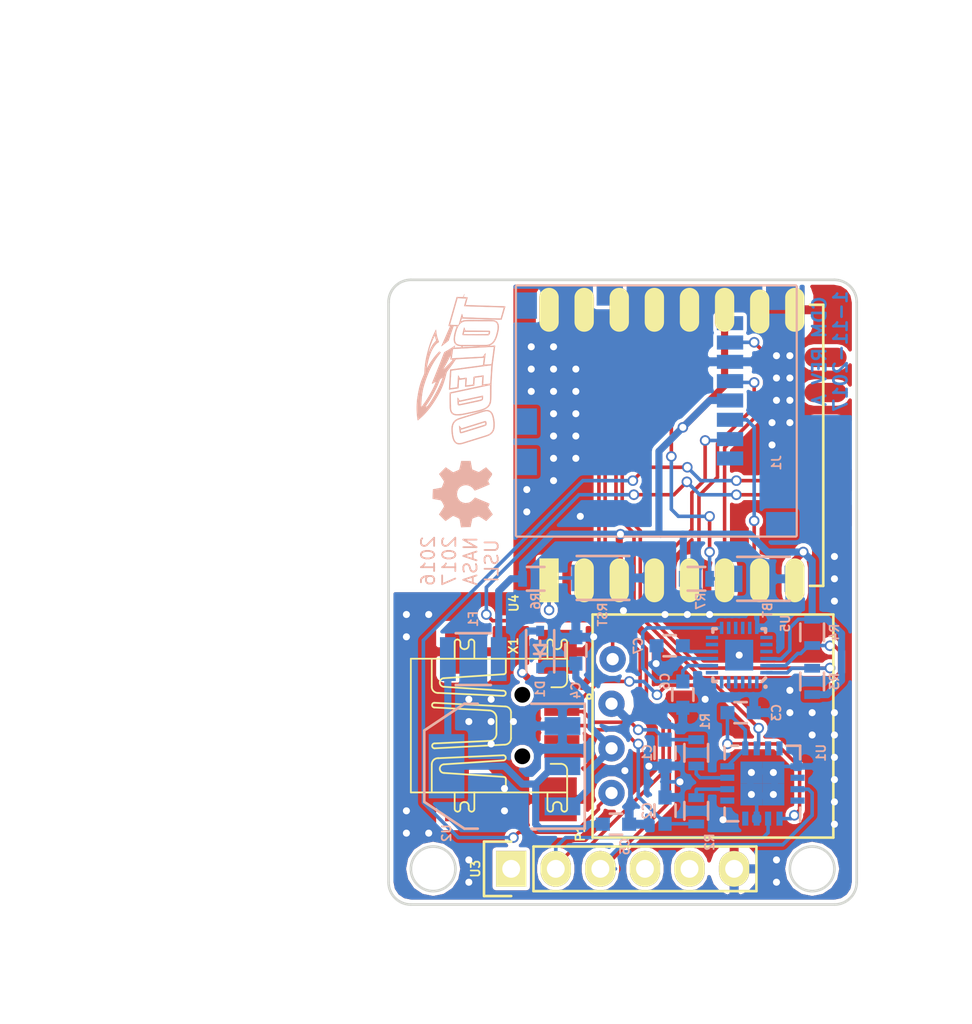
<source format=kicad_pcb>
(kicad_pcb (version 4) (host pcbnew 4.0.4+dfsg1-stable)
  (layers (0 F.Cu signal) (31 B.Cu signal) (34 B.Paste user) (35 F.Paste user) (36 B.SilkS user) (37 F.SilkS user) (38 B.Mask user) (39 F.Mask user) (44 Edge.Cuts user))
  (net 0 "")
  (net 1 "Net-(C1-Pad1)")
  (net 2 GND)
  (net 3 "Net-(C2-Pad1)")
  (net 4 "Net-(C3-Pad1)")
  (net 5 +9V)
  (net 6 +3V3)
  (net 7 "Net-(C6-Pad1)")
  (net 8 "Net-(C7-Pad1)")
  (net 9 "Net-(J1-Pad1)")
  (net 10 SD_CS)
  (net 11 MOSI)
  (net 12 SCK)
  (net 13 MISO)
  (net 14 "Net-(J1-Pad8)")
  (net 15 "Net-(J1-PadDL)")
  (net 16 "Net-(J1-PadDS)")
  (net 17 "Net-(R1-Pad1)")
  (net 18 "Net-(R2-Pad2)")
  (net 19 SDA)
  (net 20 SCL)
  (net 21 "Net-(R6-Pad2)")
  (net 22 RX_FTDI)
  (net 23 "Net-(U1-Pad4)")
  (net 24 "Net-(U1-Pad5)")
  (net 25 +5V)
  (net 26 "Net-(U1-Pad11)")
  (net 27 "Net-(U1-Pad12)")
  (net 28 "Net-(U1-Pad14)")
  (net 29 TX_FTDI)
  (net 30 "Net-(U1-Pad16)")
  (net 31 "Net-(U3-Pad1)")
  (net 32 "Net-(U3-Pad4)")
  (net 33 "Net-(U3-Pad5)")
  (net 34 "Net-(U4-Pad2)")
  (net 35 AUX)
  (net 36 SERVO_PWM)
  (net 37 "Net-(U5-Pad1)")
  (net 38 "Net-(U5-Pad7)")
  (net 39 "Net-(U5-Pad11)")
  (net 40 "Net-(U5-Pad12)")
  (net 41 "Net-(U5-Pad19)")
  (net 42 "Net-(U5-Pad20)")
  (net 43 "Net-(U5-Pad21)")
  (net 44 "Net-(U5-Pad25)")
  (net 45 "Net-(X1-Pad4)")
  (net 46 "Net-(C5-Pad1)")
  (net 47 "Net-(U4-Pad9)")
  (net 48 "Net-(BT1-Pad2)")
  (net 49 "Net-(U4-Pad10)")
  (net 50 "Net-(U4-Pad13)")
  (net 51 "Net-(U4-Pad14)")
  (module "MOD:GND VIA" (layer F.Cu) (at 161.036 129.286)
    (fp_text reference REF** hide)
    (fp_text value "GND VIA" hide)
    (pad 1 thru_hole circle (at 0 1.27) (size 0.6 0.6) (drill 0.4) (layers *.Cu) (net 2 GND))
  )
  (module "MOD:GND VIA" (layer F.Cu) (at 176.784 121.666)
    (fp_text reference REF** hide)
    (fp_text value "GND VIA" hide)
    (pad 1 thru_hole circle (at 0 1.27) (size 0.6 0.6) (drill 0.4) (layers *.Cu) (net 2 GND))
  )
  (module "MOD:GND VIA" (layer F.Cu) (at 180.848 132.08)
    (fp_text reference REF** hide)
    (fp_text value "GND VIA" hide)
    (pad 1 thru_hole circle (at 0 1.27) (size 0.6 0.6) (drill 0.4) (layers *.Cu) (net 2 GND))
  )
  (module "MOD:GND VIA" (layer F.Cu) (at 180.848 130.81)
    (fp_text reference REF** hide)
    (fp_text value "GND VIA" hide)
    (pad 1 thru_hole circle (at 0 1.27) (size 0.6 0.6) (drill 0.4) (layers *.Cu) (net 2 GND))
  )
  (module "MOD:GND VIA" (layer F.Cu) (at 177.8 128.524)
    (fp_text reference REF** hide)
    (fp_text value "GND VIA" hide)
    (pad 1 thru_hole circle (at 0 1.27) (size 0.6 0.6) (drill 0.4) (layers *.Cu) (net 2 GND))
  )
  (module "MOD:GND VIA" (layer F.Cu) (at 165.354 126.746)
    (fp_text reference REF** hide)
    (fp_text value "GND VIA" hide)
    (pad 1 thru_hole circle (at 0 1.27) (size 0.6 0.6) (drill 0.4) (layers *.Cu) (net 2 GND))
  )
  (module "MOD:GND VIA" (layer F.Cu) (at 165.354 128.016)
    (fp_text reference REF** hide)
    (fp_text value "GND VIA" hide)
    (pad 1 thru_hole circle (at 0 1.27) (size 0.6 0.6) (drill 0.4) (layers *.Cu) (net 2 GND))
  )
  (module "MOD:GND VIA" (layer F.Cu) (at 163.322 132.08)
    (fp_text reference REF** hide)
    (fp_text value "GND VIA" hide)
    (pad 1 thru_hole circle (at 0 1.27) (size 0.6 0.6) (drill 0.4) (layers *.Cu) (net 2 GND))
  )
  (module "MOD:GND VIA" (layer F.Cu) (at 163.322 130.81)
    (fp_text reference REF** hide)
    (fp_text value "GND VIA" hide)
    (pad 1 thru_hole circle (at 0 1.27) (size 0.6 0.6) (drill 0.4) (layers *.Cu) (net 2 GND))
  )
  (module "MOD:GND VIA" (layer F.Cu) (at 177.038 116.84)
    (fp_text reference REF** hide)
    (fp_text value "GND VIA" hide)
    (pad 1 thru_hole circle (at 0 1.27) (size 0.6 0.6) (drill 0.4) (layers *.Cu) (net 2 GND))
  )
  (module "MOD:GND VIA" (layer F.Cu) (at 175.768 116.84)
    (fp_text reference REF** hide)
    (fp_text value "GND VIA" hide)
    (pad 1 thru_hole circle (at 0 1.27) (size 0.6 0.6) (drill 0.4) (layers *.Cu) (net 2 GND))
  )
  (module "MOD:GND VIA" (layer F.Cu) (at 174.498 116.84)
    (fp_text reference REF** hide)
    (fp_text value "GND VIA" hide)
    (pad 1 thru_hole circle (at 0 1.27) (size 0.6 0.6) (drill 0.4) (layers *.Cu) (net 2 GND))
  )
  (module "MOD:GND VIA" (layer F.Cu) (at 165.862 122.936)
    (fp_text reference REF** hide)
    (fp_text value "GND VIA" hide)
    (pad 1 thru_hole circle (at 0 1.27) (size 0.6 0.6) (drill 0.4) (layers *.Cu) (net 2 GND))
  )
  (module "MOD:GND VIA" (layer F.Cu) (at 164.592 124.206)
    (fp_text reference REF** hide)
    (fp_text value "GND VIA" hide)
    (pad 1 thru_hole circle (at 0 1.27) (size 0.6 0.6) (drill 0.4) (layers *.Cu) (net 2 GND))
  )
  (module "MOD:GND VIA" (layer F.Cu) (at 164.592 122.936)
    (fp_text reference REF** hide)
    (fp_text value "GND VIA" hide)
    (pad 1 thru_hole circle (at 0 1.27) (size 0.6 0.6) (drill 0.4) (layers *.Cu) (net 2 GND))
  )
  (module "MOD:GND VIA" (layer F.Cu) (at 164.592 121.666)
    (fp_text reference REF** hide)
    (fp_text value "GND VIA" hide)
    (pad 1 thru_hole circle (at 0 1.27) (size 0.6 0.6) (drill 0.4) (layers *.Cu) (net 2 GND))
  )
  (module "MOD:GND VIA" (layer F.Cu) (at 163.322 122.936)
    (fp_text reference REF** hide)
    (fp_text value "GND VIA" hide)
    (pad 1 thru_hole circle (at 0 1.27) (size 0.6 0.6) (drill 0.4) (layers *.Cu) (net 2 GND))
  )
  (module "MOD:GND VIA" (layer F.Cu) (at 163.322 121.666)
    (fp_text reference REF** hide)
    (fp_text value "GND VIA" hide)
    (pad 1 thru_hole circle (at 0 1.27) (size 0.6 0.6) (drill 0.4) (layers *.Cu) (net 2 GND))
  )
  (module "MOD:GND VIA" (layer F.Cu) (at 161.036 116.84)
    (fp_text reference REF** hide)
    (fp_text value "GND VIA" hide)
    (pad 1 thru_hole circle (at 0 1.27) (size 0.6 0.6) (drill 0.4) (layers *.Cu) (net 2 GND))
  )
  (module "MOD:GND VIA" (layer F.Cu) (at 159.766 129.286)
    (fp_text reference REF** hide)
    (fp_text value "GND VIA" hide)
    (pad 1 thru_hole circle (at 0 1.27) (size 0.6 0.6) (drill 0.4) (layers *.Cu) (net 2 GND))
  )
  (module "MOD:GND VIA" (layer F.Cu) (at 159.766 128.016)
    (fp_text reference REF** hide)
    (fp_text value "GND VIA" hide)
    (pad 1 thru_hole circle (at 0 1.27) (size 0.6 0.6) (drill 0.4) (layers *.Cu) (net 2 GND))
  )
  (module "MOD:GND VIA" (layer F.Cu) (at 159.766 118.11)
    (fp_text reference REF** hide)
    (fp_text value "GND VIA" hide)
    (pad 1 thru_hole circle (at 0 1.27) (size 0.6 0.6) (drill 0.4) (layers *.Cu) (net 2 GND))
  )
  (module "MOD:GND VIA" (layer F.Cu) (at 159.766 116.84)
    (fp_text reference REF** hide)
    (fp_text value "GND VIA" hide)
    (pad 1 thru_hole circle (at 0 1.27) (size 0.6 0.6) (drill 0.4) (layers *.Cu) (net 2 GND))
  )
  (module "MOD:GND VIA" (layer F.Cu) (at 181.61 121.158)
    (fp_text reference REF** hide)
    (fp_text value "GND VIA" hide)
    (pad 1 thru_hole circle (at 0 1.27) (size 0.6 0.6) (drill 0.4) (layers *.Cu) (net 2 GND))
  )
  (module "MOD:GND VIA" (layer F.Cu) (at 181.61 122.428)
    (fp_text reference REF** hide)
    (fp_text value "GND VIA" hide)
    (pad 1 thru_hole circle (at 0 1.27) (size 0.6 0.6) (drill 0.4) (layers *.Cu) (net 2 GND))
  )
  (module "MOD:GND VIA" (layer F.Cu) (at 182.88 123.698)
    (fp_text reference REF** hide)
    (fp_text value "GND VIA" hide)
    (pad 1 thru_hole circle (at 0 1.27) (size 0.6 0.6) (drill 0.4) (layers *.Cu) (net 2 GND))
  )
  (module "MOD:GND VIA" (layer F.Cu) (at 182.88 122.428)
    (fp_text reference REF** hide)
    (fp_text value "GND VIA" hide)
    (pad 1 thru_hole circle (at 0 1.27) (size 0.6 0.6) (drill 0.4) (layers *.Cu) (net 2 GND))
  )
  (module "MOD:GND VIA" (layer F.Cu) (at 184.15 128.778)
    (fp_text reference REF** hide)
    (fp_text value "GND VIA" hide)
    (pad 1 thru_hole circle (at 0 1.27) (size 0.6 0.6) (drill 0.4) (layers *.Cu) (net 2 GND))
  )
  (module "MOD:GND VIA" (layer F.Cu) (at 184.15 127.508)
    (fp_text reference REF** hide)
    (fp_text value "GND VIA" hide)
    (pad 1 thru_hole circle (at 0 1.27) (size 0.6 0.6) (drill 0.4) (layers *.Cu) (net 2 GND))
  )
  (module "MOD:GND VIA" (layer F.Cu) (at 184.15 126.238)
    (fp_text reference REF** hide)
    (fp_text value "GND VIA" hide)
    (pad 1 thru_hole circle (at 0 1.27) (size 0.6 0.6) (drill 0.4) (layers *.Cu) (net 2 GND))
  )
  (module "MOD:GND VIA" (layer F.Cu) (at 184.15 116.078)
    (fp_text reference REF** hide)
    (fp_text value "GND VIA" hide)
    (pad 1 thru_hole circle (at 0 1.27) (size 0.6 0.6) (drill 0.4) (layers *.Cu) (net 2 GND))
  )
  (module "MOD:GND VIA" (layer F.Cu) (at 184.15 124.968)
    (fp_text reference REF** hide)
    (fp_text value "GND VIA" hide)
    (pad 1 thru_hole circle (at 0 1.27) (size 0.6 0.6) (drill 0.4) (layers *.Cu) (net 2 GND))
  )
  (module "MOD:GND VIA" (layer F.Cu) (at 184.15 123.698)
    (fp_text reference REF** hide)
    (fp_text value "GND VIA" hide)
    (pad 1 thru_hole circle (at 0 1.27) (size 0.6 0.6) (drill 0.4) (layers *.Cu) (net 2 GND))
  )
  (module "MOD:GND VIA" (layer F.Cu) (at 184.15 122.428)
    (fp_text reference REF** hide)
    (fp_text value "GND VIA" hide)
    (pad 1 thru_hole circle (at 0 1.27) (size 0.6 0.6) (drill 0.4) (layers *.Cu) (net 2 GND))
  )
  (module "MOD:GND VIA" (layer F.Cu) (at 184.15 113.538)
    (fp_text reference REF** hide)
    (fp_text value "GND VIA" hide)
    (pad 1 thru_hole circle (at 0 1.27) (size 0.6 0.6) (drill 0.4) (layers *.Cu) (net 2 GND))
  )
  (module "MOD:GND VIA" (layer F.Cu) (at 184.15 114.808)
    (fp_text reference REF** hide)
    (fp_text value "GND VIA" hide)
    (pad 1 thru_hole circle (at 0 1.27) (size 0.6 0.6) (drill 0.4) (layers *.Cu) (net 2 GND))
  )
  (module "MOD:GND VIA" (layer F.Cu) (at 180.848 104.648)
    (fp_text reference REF** hide)
    (fp_text value "GND VIA" hide)
    (pad 1 thru_hole circle (at 0 1.27) (size 0.6 0.6) (drill 0.4) (layers *.Cu) (net 2 GND))
  )
  (module "MOD:GND VIA" (layer F.Cu) (at 180.848 102.108)
    (fp_text reference REF** hide)
    (fp_text value "GND VIA" hide)
    (pad 1 thru_hole circle (at 0 1.27) (size 0.6 0.6) (drill 0.4) (layers *.Cu) (net 2 GND))
  )
  (module "MOD:GND VIA" (layer F.Cu) (at 181.61 103.378)
    (fp_text reference REF** hide)
    (fp_text value "GND VIA" hide)
    (pad 1 thru_hole circle (at 0 1.27) (size 0.6 0.6) (drill 0.4) (layers *.Cu) (net 2 GND))
  )
  (module "MOD:GND VIA" (layer F.Cu) (at 181.61 102.108)
    (fp_text reference REF** hide)
    (fp_text value "GND VIA" hide)
    (pad 1 thru_hole circle (at 0 1.27) (size 0.6 0.6) (drill 0.4) (layers *.Cu) (net 2 GND))
  )
  (module "MOD:GND VIA" (layer F.Cu) (at 180.848 103.378)
    (fp_text reference REF** hide)
    (fp_text value "GND VIA" hide)
    (pad 1 thru_hole circle (at 0 1.27) (size 0.6 0.6) (drill 0.4) (layers *.Cu) (net 2 GND))
  )
  (module "MOD:GND VIA" (layer F.Cu) (at 181.61 104.648)
    (fp_text reference REF** hide)
    (fp_text value "GND VIA" hide)
    (pad 1 thru_hole circle (at 0 1.27) (size 0.6 0.6) (drill 0.4) (layers *.Cu) (net 2 GND))
  )
  (module "MOD:GND VIA" (layer F.Cu) (at 181.61 105.918)
    (fp_text reference REF** hide)
    (fp_text value "GND VIA" hide)
    (pad 1 thru_hole circle (at 0 1.27) (size 0.6 0.6) (drill 0.4) (layers *.Cu) (net 2 GND))
  )
  (module "MOD:GND VIA" (layer F.Cu) (at 180.594 105.918)
    (fp_text reference REF** hide)
    (fp_text value "GND VIA" hide)
    (pad 1 thru_hole circle (at 0 1.27) (size 0.6 0.6) (drill 0.4) (layers *.Cu) (net 2 GND))
  )
  (module "MOD:GND VIA" (layer F.Cu) (at 180.594 107.188)
    (fp_text reference REF** hide)
    (fp_text value "GND VIA" hide)
    (pad 1 thru_hole circle (at 0 1.27) (size 0.6 0.6) (drill 0.4) (layers *.Cu) (net 2 GND))
  )
  (module "MOD:GND VIA" (layer F.Cu) (at 166.624 109.728)
    (fp_text reference REF** hide)
    (fp_text value "GND VIA" hide)
    (pad 1 thru_hole circle (at 0 1.27) (size 0.6 0.6) (drill 0.4) (layers *.Cu) (net 2 GND))
  )
  (module "MOD:GND VIA" (layer F.Cu) (at 169.672 111.252)
    (fp_text reference REF** hide)
    (fp_text value "GND VIA" hide)
    (pad 1 thru_hole circle (at 0 1.27) (size 0.6 0.6) (drill 0.4) (layers *.Cu) (net 2 GND))
  )
  (module "MOD:GND VIA" (layer F.Cu) (at 166.624 110.998)
    (fp_text reference REF** hide)
    (fp_text value "GND VIA" hide)
    (pad 1 thru_hole circle (at 0 1.27) (size 0.6 0.6) (drill 0.4) (layers *.Cu) (net 2 GND))
  )
  (module "MOD:GND VIA" (layer F.Cu) (at 168.148 109.22)
    (fp_text reference REF** hide)
    (fp_text value "GND VIA" hide)
    (pad 1 thru_hole circle (at 0 1.27) (size 0.6 0.6) (drill 0.4) (layers *.Cu) (net 2 GND))
  )
  (module "MOD:GND VIA" (layer F.Cu) (at 168.148 107.95)
    (fp_text reference REF** hide)
    (fp_text value "GND VIA" hide)
    (pad 1 thru_hole circle (at 0 1.27) (size 0.6 0.6) (drill 0.4) (layers *.Cu) (net 2 GND))
  )
  (module "MOD:GND VIA" (layer F.Cu) (at 169.418 107.95)
    (fp_text reference REF** hide)
    (fp_text value "GND VIA" hide)
    (pad 1 thru_hole circle (at 0 1.27) (size 0.6 0.6) (drill 0.4) (layers *.Cu) (net 2 GND))
  )
  (module "MOD:GND VIA" (layer F.Cu) (at 169.418 106.68)
    (fp_text reference REF** hide)
    (fp_text value "GND VIA" hide)
    (pad 1 thru_hole circle (at 0 1.27) (size 0.6 0.6) (drill 0.4) (layers *.Cu) (net 2 GND))
  )
  (module "MOD:GND VIA" (layer F.Cu) (at 168.148 106.68)
    (fp_text reference REF** hide)
    (fp_text value "GND VIA" hide)
    (pad 1 thru_hole circle (at 0 1.27) (size 0.6 0.6) (drill 0.4) (layers *.Cu) (net 2 GND))
  )
  (module "MOD:GND VIA" (layer F.Cu) (at 168.148 105.41)
    (fp_text reference REF** hide)
    (fp_text value "GND VIA" hide)
    (pad 1 thru_hole circle (at 0 1.27) (size 0.6 0.6) (drill 0.4) (layers *.Cu) (net 2 GND))
  )
  (module "MOD:GND VIA" (layer F.Cu) (at 169.418 105.41)
    (fp_text reference REF** hide)
    (fp_text value "GND VIA" hide)
    (pad 1 thru_hole circle (at 0 1.27) (size 0.6 0.6) (drill 0.4) (layers *.Cu) (net 2 GND))
  )
  (module "MOD:GND VIA" (layer F.Cu) (at 166.878 104.14)
    (fp_text reference REF** hide)
    (fp_text value "GND VIA" hide)
    (pad 1 thru_hole circle (at 0 1.27) (size 0.6 0.6) (drill 0.4) (layers *.Cu) (net 2 GND))
  )
  (module "MOD:GND VIA" (layer F.Cu) (at 169.418 104.14)
    (fp_text reference REF** hide)
    (fp_text value "GND VIA" hide)
    (pad 1 thru_hole circle (at 0 1.27) (size 0.6 0.6) (drill 0.4) (layers *.Cu) (net 2 GND))
  )
  (module "MOD:GND VIA" (layer F.Cu) (at 168.148 104.14)
    (fp_text reference REF** hide)
    (fp_text value "GND VIA" hide)
    (pad 1 thru_hole circle (at 0 1.27) (size 0.6 0.6) (drill 0.4) (layers *.Cu) (net 2 GND))
  )
  (module "MOD:GND VIA" (layer F.Cu) (at 168.148 101.6)
    (fp_text reference REF** hide)
    (fp_text value "GND VIA" hide)
    (pad 1 thru_hole circle (at 0 1.27) (size 0.6 0.6) (drill 0.4) (layers *.Cu) (net 2 GND))
  )
  (module "MOD:GND VIA" (layer F.Cu) (at 169.418 102.87)
    (fp_text reference REF** hide)
    (fp_text value "GND VIA" hide)
    (pad 1 thru_hole circle (at 0 1.27) (size 0.6 0.6) (drill 0.4) (layers *.Cu) (net 2 GND))
  )
  (module "MOD:GND VIA" (layer F.Cu) (at 168.148 102.87)
    (fp_text reference REF** hide)
    (fp_text value "GND VIA" hide)
    (pad 1 thru_hole circle (at 0 1.27) (size 0.6 0.6) (drill 0.4) (layers *.Cu) (net 2 GND))
  )
  (module "MOD:GND VIA" (layer F.Cu) (at 166.878 102.87)
    (fp_text reference REF** hide)
    (fp_text value "GND VIA" hide)
    (pad 1 thru_hole circle (at 0 1.27) (size 0.6 0.6) (drill 0.4) (layers *.Cu) (net 2 GND))
  )
  (module MOD:MOLEX_502570-0893 (layer B.Cu) (at 174.002 106.526 90)
    (fp_text reference J1 (at -2.948 6.846 90) (layer B.SilkS) (effects (font (size 0.5 0.5) (thickness 0.1)) (justify mirror)))
    (fp_text value 502570-0893 hide)
    (pad 1 smd rect (at -2.7 4.2 90) (size 0.8 1.5) (layers B.Cu B.Paste B.Mask) (net 9 "Net-(J1-Pad1)"))
    (pad 2 smd rect (at -1.6 4.2 90) (size 0.8 1.5) (layers B.Cu B.Paste B.Mask) (net 10 SD_CS))
    (pad 3 smd rect (at -0.5 4.2 90) (size 0.8 1.5) (layers B.Cu B.Paste B.Mask) (net 11 MOSI))
    (pad 4 smd rect (at 0.6 4.2 90) (size 0.8 1.5) (layers B.Cu B.Paste B.Mask) (net 6 +3V3))
    (pad 5 smd rect (at 1.7 4.2 90) (size 0.8 1.5) (layers B.Cu B.Paste B.Mask) (net 12 SCK))
    (pad 6 smd rect (at 2.8 4.2 90) (size 0.8 1.5) (layers B.Cu B.Paste B.Mask) (net 2 GND))
    (pad 7 smd rect (at 3.9 4.2 90) (size 0.8 1.5) (layers B.Cu B.Paste B.Mask) (net 13 MISO))
    (pad 8 smd rect (at 5 4.2 90) (size 0.8 1.5) (layers B.Cu B.Paste B.Mask) (net 14 "Net-(J1-Pad8)"))
    (pad SM1 smd rect (at -6.45 7.1 90) (size 1.4 1.7) (layers B.Cu B.Paste B.Mask))
    (pad SM2 smd rect (at 6.45 7.1 90) (size 1.4 1.7) (layers B.Cu B.Paste B.Mask))
    (pad DL smd rect (at 6.575 -2.65 90) (size 1.15 1.5) (layers B.Cu B.Paste B.Mask) (net 15 "Net-(J1-PadDL)"))
    (pad SM3 smd rect (at -2.9 -7.375 90) (size 1.5 1.15) (layers B.Cu B.Paste B.Mask))
    (pad DS smd rect (at -0.6 -7.375 90) (size 1.5 1.15) (layers B.Cu B.Paste B.Mask) (net 16 "Net-(J1-PadDS)"))
    (pad SM4 smd rect (at 6 -7.375 90) (size 1.5 1.15) (layers B.Cu B.Paste B.Mask))
  )
  (module Housings_DFN_QFN:QFN-16-1EP_4x4mm_Pitch0.65mm (layer B.Cu) (at 180.045 127.730001 90)
    (fp_text reference U1 (at 1.746001 3.343 270) (layer B.SilkS) (effects (font (size 0.5 0.5) (thickness 0.1)) (justify mirror)))
    (fp_text value FT230XQ-R hide)
    (pad 1 smd rect (at -2 0.975 90) (size 0.8 0.35) (layers B.Cu B.Paste B.Mask) (net 4 "Net-(C3-Pad1)"))
    (pad 2 smd rect (at -2 0.325 90) (size 0.8 0.35) (layers B.Cu B.Paste B.Mask) (net 22 RX_FTDI))
    (pad 3 smd rect (at -2 -0.325 90) (size 0.8 0.35) (layers B.Cu B.Paste B.Mask) (net 2 GND))
    (pad 4 smd rect (at -2 -0.975 90) (size 0.8 0.35) (layers B.Cu B.Paste B.Mask) (net 23 "Net-(U1-Pad4)"))
    (pad 5 smd rect (at -0.975 -2) (size 0.8 0.35) (layers B.Cu B.Paste B.Mask) (net 24 "Net-(U1-Pad5)"))
    (pad 6 smd rect (at -0.325 -2) (size 0.8 0.35) (layers B.Cu B.Paste B.Mask) (net 18 "Net-(R2-Pad2)"))
    (pad 7 smd rect (at 0.325 -2) (size 0.8 0.35) (layers B.Cu B.Paste B.Mask) (net 17 "Net-(R1-Pad1)"))
    (pad 8 smd rect (at 0.975 -2) (size 0.8 0.35) (layers B.Cu B.Paste B.Mask) (net 4 "Net-(C3-Pad1)"))
    (pad 9 smd rect (at 2 -0.975 90) (size 0.8 0.35) (layers B.Cu B.Paste B.Mask) (net 4 "Net-(C3-Pad1)"))
    (pad 10 smd rect (at 2 -0.325 90) (size 0.8 0.35) (layers B.Cu B.Paste B.Mask) (net 25 +5V))
    (pad 11 smd rect (at 2 0.325 90) (size 0.8 0.35) (layers B.Cu B.Paste B.Mask) (net 26 "Net-(U1-Pad11)"))
    (pad 12 smd rect (at 2 0.975 90) (size 0.8 0.35) (layers B.Cu B.Paste B.Mask) (net 27 "Net-(U1-Pad12)"))
    (pad 13 smd rect (at 0.975 2) (size 0.8 0.35) (layers B.Cu B.Paste B.Mask) (net 2 GND))
    (pad 14 smd rect (at 0.325 2) (size 0.8 0.35) (layers B.Cu B.Paste B.Mask) (net 28 "Net-(U1-Pad14)"))
    (pad 15 smd rect (at -0.325 2) (size 0.8 0.35) (layers B.Cu B.Paste B.Mask) (net 29 TX_FTDI))
    (pad 16 smd rect (at -0.975 2) (size 0.8 0.35) (layers B.Cu B.Paste B.Mask) (net 30 "Net-(U1-Pad16)"))
    (pad 17 smd rect (at 0.625 -0.625 90) (size 1.25 1.25) (layers B.Cu B.Paste B.Mask) (net 2 GND))
    (pad 17 smd rect (at 0.625 0.625 90) (size 1.25 1.25) (layers B.Cu B.Paste B.Mask) (net 2 GND))
    (pad 17 smd rect (at -0.625 -0.625 90) (size 1.25 1.25) (layers B.Cu B.Paste B.Mask) (net 2 GND))
    (pad 17 smd rect (at -0.625 0.625 90) (size 1.25 1.25) (layers B.Cu B.Paste B.Mask) (net 2 GND))
  )
  (module Pin_Headers:Pin_Header_Straight_1x06 (layer F.Cu) (at 165.735 132.588 90)
    (fp_text reference U3 (at 0 -2.032 90) (layer F.SilkS) (effects (font (size 0.5 0.5) (thickness 0.1))))
    (fp_text value FTDI hide)
    (pad 1 thru_hole rect (at 0 0 90) (size 2.032 1.7272) (drill 1.016) (layers *.Cu *.Mask F.SilkS) (net 31 "Net-(U3-Pad1)"))
    (pad 2 thru_hole oval (at 0 2.54 90) (size 2.032 1.7272) (drill 1.016) (layers *.Cu *.Mask F.SilkS) (net 22 RX_FTDI))
    (pad 3 thru_hole oval (at 0 5.08 90) (size 2.032 1.7272) (drill 1.016) (layers *.Cu *.Mask F.SilkS) (net 29 TX_FTDI))
    (pad 4 thru_hole oval (at 0 7.62 90) (size 2.032 1.7272) (drill 1.016) (layers *.Cu *.Mask F.SilkS) (net 32 "Net-(U3-Pad4)"))
    (pad 5 thru_hole oval (at 0 10.16 90) (size 2.032 1.7272) (drill 1.016) (layers *.Cu *.Mask F.SilkS) (net 33 "Net-(U3-Pad5)"))
    (pad 6 thru_hole oval (at 0 12.7 90) (size 2.032 1.7272) (drill 1.016) (layers *.Cu *.Mask F.SilkS) (net 2 GND))
  )
  (module MOD:QFN40P300X300X105-25N (layer B.Cu) (at 178.724 120.421999 90)
    (fp_text reference U5 (at 1.803999 2.632 270) (layer B.SilkS) (effects (font (size 0.5 0.5) (thickness 0.1)) (justify mirror)))
    (fp_text value MPU-9250 hide)
    (pad 1 smd rect (at -1.55 1 90) (size 0.7 0.2) (layers B.Cu B.Paste B.Mask) (net 37 "Net-(U5-Pad1)"))
    (pad 2 smd rect (at -1.55 0.6 90) (size 0.7 0.2) (layers B.Cu B.Paste B.Mask))
    (pad 3 smd rect (at -1.55 0.2 90) (size 0.7 0.2) (layers B.Cu B.Paste B.Mask))
    (pad 4 smd rect (at -1.55 -0.2 90) (size 0.7 0.2) (layers B.Cu B.Paste B.Mask))
    (pad 5 smd rect (at -1.55 -0.6 90) (size 0.7 0.2) (layers B.Cu B.Paste B.Mask))
    (pad 6 smd rect (at -1.55 -1 90) (size 0.7 0.2) (layers B.Cu B.Paste B.Mask))
    (pad 7 smd rect (at -1 -1.55) (size 0.7 0.2) (layers B.Cu B.Paste B.Mask) (net 38 "Net-(U5-Pad7)"))
    (pad 8 smd rect (at -0.6 -1.55) (size 0.7 0.2) (layers B.Cu B.Paste B.Mask) (net 7 "Net-(C6-Pad1)"))
    (pad 9 smd rect (at -0.2 -1.55) (size 0.7 0.2) (layers B.Cu B.Paste B.Mask) (net 2 GND))
    (pad 10 smd rect (at 0.2 -1.55) (size 0.7 0.2) (layers B.Cu B.Paste B.Mask) (net 8 "Net-(C7-Pad1)"))
    (pad 11 smd rect (at 0.6 -1.55) (size 0.7 0.2) (layers B.Cu B.Paste B.Mask) (net 39 "Net-(U5-Pad11)"))
    (pad 12 smd rect (at 1 -1.55) (size 0.7 0.2) (layers B.Cu B.Paste B.Mask) (net 40 "Net-(U5-Pad12)"))
    (pad 13 smd rect (at 1.55 -1 270) (size 0.7 0.2) (layers B.Cu B.Paste B.Mask) (net 7 "Net-(C6-Pad1)"))
    (pad 14 smd rect (at 1.55 -0.6 270) (size 0.7 0.2) (layers B.Cu B.Paste B.Mask))
    (pad 15 smd rect (at 1.55 -0.2 270) (size 0.7 0.2) (layers B.Cu B.Paste B.Mask))
    (pad 16 smd rect (at 1.55 0.2 270) (size 0.7 0.2) (layers B.Cu B.Paste B.Mask))
    (pad 17 smd rect (at 1.55 0.6 270) (size 0.7 0.2) (layers B.Cu B.Paste B.Mask))
    (pad 18 smd rect (at 1.55 1 270) (size 0.7 0.2) (layers B.Cu B.Paste B.Mask) (net 2 GND))
    (pad 19 smd rect (at 1 1.55 180) (size 0.7 0.2) (layers B.Cu B.Paste B.Mask) (net 41 "Net-(U5-Pad19)"))
    (pad 20 smd rect (at 0.6 1.55 180) (size 0.7 0.2) (layers B.Cu B.Paste B.Mask) (net 42 "Net-(U5-Pad20)"))
    (pad 21 smd rect (at 0.2 1.55 180) (size 0.7 0.2) (layers B.Cu B.Paste B.Mask) (net 43 "Net-(U5-Pad21)"))
    (pad 22 smd rect (at -0.2 1.55 180) (size 0.7 0.2) (layers B.Cu B.Paste B.Mask) (net 6 +3V3))
    (pad 23 smd rect (at -0.6 1.55 180) (size 0.7 0.2) (layers B.Cu B.Paste B.Mask) (net 20 SCL))
    (pad 24 smd rect (at -1 1.55 180) (size 0.7 0.2) (layers B.Cu B.Paste B.Mask) (net 19 SDA))
    (pad 25 smd rect (at 0 0 90) (size 1.75 1.6) (layers B.Cu B.Paste B.Mask) (net 44 "Net-(U5-Pad25)"))
  )
  (module MOD:UX60-MB-5ST (layer F.Cu) (at 168.91 124.432 270)
    (fp_text reference X1 (at -4.544 3.048 270) (layer F.SilkS) (effects (font (size 0.5 0.5) (thickness 0.1))))
    (fp_text value UX60-MB-5ST hide)
    (pad M3 smd rect (at -4.2 0.54) (size 2.2 2.5) (layers F.Cu F.Paste F.Mask) (net 2 GND))
    (pad M4 smd rect (at 4.2 0.54) (size 2.2 2.5) (layers F.Cu F.Paste F.Mask) (net 2 GND))
    (pad M2 smd rect (at -4.2 5.84) (size 2.2 2.5) (layers F.Cu F.Paste F.Mask) (net 2 GND))
    (pad M1 smd rect (at 4.2 5.84) (size 2.2 2.5) (layers F.Cu F.Paste F.Mask) (net 2 GND))
    (pad 1 smd rect (at -1.6 0.29) (size 2 0.5) (layers F.Cu F.Paste F.Mask) (net 25 +5V))
    (pad 2 smd rect (at -0.8 0.29) (size 2 0.5) (layers F.Cu F.Paste F.Mask) (net 1 "Net-(C1-Pad1)"))
    (pad 3 smd rect (at 0 0.29) (size 2 0.5) (layers F.Cu F.Paste F.Mask) (net 3 "Net-(C2-Pad1)"))
    (pad 4 smd rect (at 0.8 0.29) (size 2 0.5) (layers F.Cu F.Paste F.Mask) (net 45 "Net-(X1-Pad4)"))
    (pad 5 smd rect (at 1.6 0.29) (size 2 0.5) (layers F.Cu F.Paste F.Mask) (net 2 GND))
    (pad Hole np_thru_hole circle (at -1.75 2.54 270) (size 0.9 0.9) (drill 0.9) (layers))
    (pad Hole np_thru_hole circle (at 1.75 2.54 270) (size 0.9 0.9) (drill 0.9) (layers))
  )
  (module MOD:TE1X4 (layer F.Cu) (at 168.3385 125.73 90)
    (fp_text reference P1 (at -4.826 1.3335 90) (layer F.SilkS) (effects (font (size 0.5 0.5) (thickness 0.1))))
    (fp_text value TE1X4 hide)
    (pad 3 thru_hole circle (at 2.54 3.1115 90) (size 1.5 1.5) (drill 0.7) (layers *.Cu *.Mask) (net 2 GND))
    (pad 2 thru_hole circle (at 0 3.1115 90) (size 1.5 1.5) (drill 0.7) (layers *.Cu *.Mask) (net 5 +9V))
    (pad 1 thru_hole circle (at -2.54 3.1115 90) (size 1.5 1.5) (drill 0.7) (layers *.Cu *.Mask) (net 36 SERVO_PWM))
    (pad 4 thru_hole circle (at 5.08 3.175 90) (size 1.5 1.5) (drill 0.7) (layers *.Cu *.Mask) (net 35 AUX))
  )
  (module Capacitors_SMD:C_0603 (layer B.Cu) (at 174.498 125.984 270)
    (fp_text reference C1 (at 0 1.016 450) (layer B.SilkS) (effects (font (size 0.5 0.5) (thickness 0.1)) (justify mirror)))
    (fp_text value 47pF)
    (pad 1 smd rect (at -0.75 0 270) (size 0.8 0.75) (layers B.Cu B.Paste B.Mask) (net 1 "Net-(C1-Pad1)"))
    (pad 2 smd rect (at 0.75 0 270) (size 0.8 0.75) (layers B.Cu B.Paste B.Mask) (net 2 GND))
  )
  (module Capacitors_SMD:C_0603 (layer B.Cu) (at 174.498 129.274 90)
    (fp_text reference C2 (at -0.012 -1.016 270) (layer B.SilkS) (effects (font (size 0.5 0.5) (thickness 0.1)) (justify mirror)))
    (fp_text value 47pF)
    (pad 1 smd rect (at -0.75 0 90) (size 0.8 0.75) (layers B.Cu B.Paste B.Mask) (net 3 "Net-(C2-Pad1)"))
    (pad 2 smd rect (at 0.75 0 90) (size 0.8 0.75) (layers B.Cu B.Paste B.Mask) (net 2 GND))
  )
  (module Capacitors_SMD:C_0603 (layer B.Cu) (at 178.804 123.698)
    (fp_text reference C3 (at 2.044 0 270) (layer B.SilkS) (effects (font (size 0.5 0.5) (thickness 0.1)) (justify mirror)))
    (fp_text value .1uF)
    (pad 1 smd rect (at -0.75 0) (size 0.8 0.75) (layers B.Cu B.Paste B.Mask) (net 4 "Net-(C3-Pad1)"))
    (pad 2 smd rect (at 0.75 0) (size 0.8 0.75) (layers B.Cu B.Paste B.Mask) (net 2 GND))
  )
  (module Capacitors_SMD:C_0603 (layer B.Cu) (at 169.418 120.154 90)
    (fp_text reference C4 (at -2.274 0 270) (layer B.SilkS) (effects (font (size 0.5 0.5) (thickness 0.1)) (justify mirror)))
    (fp_text value 10uF)
    (pad 1 smd rect (at -0.75 0 90) (size 0.8 0.75) (layers B.Cu B.Paste B.Mask) (net 5 +9V))
    (pad 2 smd rect (at 0.75 0 90) (size 0.8 0.75) (layers B.Cu B.Paste B.Mask) (net 2 GND))
  )
  (module Capacitors_SMD:C_0603 (layer B.Cu) (at 171.704 130.048)
    (fp_text reference C5 (at 0.508 1.27 90) (layer B.SilkS) (effects (font (size 0.5 0.5) (thickness 0.1)) (justify mirror)))
    (fp_text value 22uF)
    (pad 1 smd rect (at -0.75 0) (size 0.8 0.75) (layers B.Cu B.Paste B.Mask) (net 46 "Net-(C5-Pad1)"))
    (pad 2 smd rect (at 0.75 0) (size 0.8 0.75) (layers B.Cu B.Paste B.Mask) (net 2 GND))
  )
  (module Capacitors_SMD:C_0603 (layer B.Cu) (at 175.514 122.67 270)
    (fp_text reference C6 (at -0.75 1.016 450) (layer B.SilkS) (effects (font (size 0.5 0.5) (thickness 0.1)) (justify mirror)))
    (fp_text value .1uF)
    (pad 1 smd rect (at -0.75 0 270) (size 0.8 0.75) (layers B.Cu B.Paste B.Mask) (net 7 "Net-(C6-Pad1)"))
    (pad 2 smd rect (at 0.75 0 270) (size 0.8 0.75) (layers B.Cu B.Paste B.Mask) (net 2 GND))
  )
  (module Capacitors_SMD:C_0603 (layer B.Cu) (at 174.764 119.888 180)
    (fp_text reference C7 (at 1.79 0 450) (layer B.SilkS) (effects (font (size 0.5 0.5) (thickness 0.1)) (justify mirror)))
    (fp_text value .1uF)
    (pad 1 smd rect (at -0.75 0 180) (size 0.8 0.75) (layers B.Cu B.Paste B.Mask) (net 8 "Net-(C7-Pad1)"))
    (pad 2 smd rect (at 0.75 0 180) (size 0.8 0.75) (layers B.Cu B.Paste B.Mask) (net 2 GND))
  )
  (module Resistors_SMD:R_0603 (layer B.Cu) (at 176.276 125.984 90)
    (fp_text reference R1 (at 1.778 0.508 270) (layer B.SilkS) (effects (font (size 0.5 0.5) (thickness 0.1)) (justify mirror)))
    (fp_text value 27)
    (pad 1 smd rect (at -0.75 0 90) (size 0.5 0.9) (layers B.Cu B.Paste B.Mask) (net 17 "Net-(R1-Pad1)"))
    (pad 2 smd rect (at 0.75 0 90) (size 0.5 0.9) (layers B.Cu B.Paste B.Mask) (net 1 "Net-(C1-Pad1)"))
  )
  (module Resistors_SMD:R_0603 (layer B.Cu) (at 176.276 129.286 90)
    (fp_text reference R2 (at -1.778 0.762 270) (layer B.SilkS) (effects (font (size 0.5 0.5) (thickness 0.1)) (justify mirror)))
    (fp_text value 27)
    (pad 1 smd rect (at -0.75 0 90) (size 0.5 0.9) (layers B.Cu B.Paste B.Mask) (net 3 "Net-(C2-Pad1)"))
    (pad 2 smd rect (at 0.75 0 90) (size 0.5 0.9) (layers B.Cu B.Paste B.Mask) (net 18 "Net-(R2-Pad2)"))
  )
  (module Resistors_SMD:R_0603 (layer B.Cu) (at 182.88 121.92 90)
    (fp_text reference R3 (at 0 1.27 270) (layer B.SilkS) (effects (font (size 0.5 0.5) (thickness 0.1)) (justify mirror)))
    (fp_text value 10K)
    (pad 1 smd rect (at -0.75 0 90) (size 0.5 0.9) (layers B.Cu B.Paste B.Mask) (net 6 +3V3))
    (pad 2 smd rect (at 0.75 0 90) (size 0.5 0.9) (layers B.Cu B.Paste B.Mask) (net 19 SDA))
  )
  (module Resistors_SMD:R_0603 (layer B.Cu) (at 182.88 119.126 270)
    (fp_text reference R4 (at 0 -1.270001 450) (layer B.SilkS) (effects (font (size 0.5 0.5) (thickness 0.1)) (justify mirror)))
    (fp_text value 10K)
    (pad 1 smd rect (at -0.75 0 270) (size 0.5 0.9) (layers B.Cu B.Paste B.Mask) (net 6 +3V3))
    (pad 2 smd rect (at 0.75 0 270) (size 0.5 0.9) (layers B.Cu B.Paste B.Mask) (net 20 SCL))
  )
  (module TO_SOT_Packages_SMD:SOT-223 (layer B.Cu) (at 165.354 126.746 270)
    (fp_text reference U2 (at 3.81 3.302 450) (layer B.SilkS) (effects (font (size 0.5 0.5) (thickness 0.1)) (justify mirror)))
    (fp_text value AZ1117)
    (pad 2 smd rect (at 0 3.302 270) (size 3.6576 2.032) (layers B.Cu B.Paste B.Mask) (net 46 "Net-(C5-Pad1)"))
    (pad 2 smd rect (at 0 -3.302 270) (size 1.016 2.032) (layers B.Cu B.Paste B.Mask) (net 46 "Net-(C5-Pad1)"))
    (pad 3 smd rect (at 2.286 -3.302 270) (size 1.016 2.032) (layers B.Cu B.Paste B.Mask) (net 5 +9V))
    (pad 1 smd rect (at -2.286 -3.302 270) (size 1.016 2.032) (layers B.Cu B.Paste B.Mask) (net 2 GND))
  )
  (module Resistors_SMD:R_1210 (layer B.Cu) (at 163.576 120.65 180)
    (fp_text reference F1 (at 0 2.286 270) (layer B.SilkS) (effects (font (size 0.5 0.5) (thickness 0.1)) (justify mirror)))
    (fp_text value FUSE)
    (pad 1 smd rect (at -1.45 0 180) (size 0.9 2.5) (layers B.Cu B.Paste B.Mask) (net 6 +3V3))
    (pad 2 smd rect (at 1.45 0 180) (size 0.9 2.5) (layers B.Cu B.Paste B.Mask) (net 46 "Net-(C5-Pad1)"))
  )
  (module Diodes_SMD:SOD-323 (layer B.Cu) (at 167.386 120.103 90)
    (fp_text reference D1 (at -2.247 0 270) (layer B.SilkS) (effects (font (size 0.5 0.5) (thickness 0.1)) (justify mirror)))
    (fp_text value D_Schottky)
    (pad 1 smd rect (at -1.055 0 90) (size 0.59 0.45) (layers B.Cu B.Paste B.Mask) (net 5 +9V))
    (pad 2 smd rect (at 1.055 0 90) (size 0.59 0.45) (layers B.Cu B.Paste B.Mask) (net 25 +5V))
  )
  (module "MOD:OSH LOGO" (layer B.Cu) (at 163.83 111.252 270)
    (fp_text reference G*** hide)
    (fp_text value LOGO hide)
  )
  (module "MOD:UT LOGO3" (layer B.Cu) (at 161.544 104.14 270)
    (fp_text reference G*** hide)
    (fp_text value LOGO hide)
  )
  (module "MOD:KXT 131 LHS" (layer B.Cu) (at 179.61 113.078 180)
    (fp_text reference BT (at -0.73 -4.778 270) (layer B.SilkS) (effects (font (size 0.5 0.5) (thickness 0.1)) (justify mirror)))
    (fp_text value Push_SW)
    (pad 1 smd rect (at -2 -3 180) (size 0.6 1.5) (layers B.Cu B.Paste B.Mask) (net 2 GND))
    (pad 2 smd rect (at 1 -3 180) (size 0.6 1.5) (layers B.Cu B.Paste B.Mask) (net 48 "Net-(BT1-Pad2)"))
  )
  (module "MOD:KXT 131 LHS" (layer B.Cu) (at 170.466 113.03 180)
    (fp_text reference RST (at -0.476 -5.08 270) (layer B.SilkS) (effects (font (size 0.5 0.5) (thickness 0.1)) (justify mirror)))
    (fp_text value Push_SW)
    (pad 1 smd rect (at -2 -3 180) (size 0.6 1.5) (layers B.Cu B.Paste B.Mask) (net 2 GND))
    (pad 2 smd rect (at 1 -3 180) (size 0.6 1.5) (layers B.Cu B.Paste B.Mask) (net 21 "Net-(R6-Pad2)"))
  )
  (module MOD:ESP-12E (layer F.Cu) (at 167.892 115.464 90)
    (fp_text reference U4 (at -2 -2 90) (layer F.SilkS) (effects (font (size 0.5 0.5) (thickness 0.1))))
    (fp_text value ESP-12E)
    (pad 1 smd rect (at 0 0 90) (size 2.5 1.1) (drill (offset -0.7 0)) (layers F.Cu F.SilkS F.Mask) (net 21 "Net-(R6-Pad2)"))
    (pad 2 smd oval (at 0 2 90) (size 2.5 1.1) (drill (offset -0.7 0)) (layers F.Cu F.SilkS F.Mask) (net 34 "Net-(U4-Pad2)"))
    (pad 3 smd oval (at 0 4 90) (size 2.5 1.1) (drill (offset -0.7 0)) (layers F.Cu F.SilkS F.Mask) (net 6 +3V3))
    (pad 4 smd oval (at 0 6 90) (size 2.5 1.1) (drill (offset -0.7 0)) (layers F.Cu F.SilkS F.Mask) (net 10 SD_CS))
    (pad 5 smd oval (at 0 8 90) (size 2.5 1.1) (drill (offset -0.7 0)) (layers F.Cu F.SilkS F.Mask) (net 12 SCK))
    (pad 6 smd oval (at 0 10 90) (size 2.5 1.1) (drill (offset -0.7 0)) (layers F.Cu F.SilkS F.Mask) (net 13 MISO))
    (pad 7 smd oval (at 0 12 90) (size 2.5 1.1) (drill (offset -0.7 0)) (layers F.Cu F.SilkS F.Mask) (net 11 MOSI))
    (pad 8 smd oval (at 0 14 90) (size 2.5 1.1) (drill (offset -0.7 0)) (layers F.Cu F.SilkS F.Mask) (net 6 +3V3))
    (pad 15 smd oval (at 14 14 90) (size 2.5 1.1) (drill (offset 0.7 0)) (layers F.Cu F.SilkS F.Mask) (net 2 GND))
    (pad 16 smd oval (at 14 12 90) (size 2.5 1.1) (drill (offset 0.6 0)) (layers F.Cu F.SilkS F.Mask) (net 2 GND))
    (pad 17 smd oval (at 14 10 90) (size 2.5 1.1) (drill (offset 0.7 0)) (layers F.Cu F.SilkS F.Mask) (net 6 +3V3))
    (pad 18 smd oval (at 14 8 90) (size 2.5 1.1) (drill (offset 0.7 0)) (layers F.Cu F.SilkS F.Mask) (net 48 "Net-(BT1-Pad2)"))
    (pad 19 smd oval (at 14 6 90) (size 2.5 1.1) (drill (offset 0.7 0)) (layers F.Cu F.SilkS F.Mask) (net 19 SDA))
    (pad 20 smd oval (at 14 4 90) (size 2.5 1.1) (drill (offset 0.7 0)) (layers F.Cu F.SilkS F.Mask) (net 20 SCL))
    (pad 21 smd oval (at 14 2 90) (size 2.5 1.1) (drill (offset 0.7 0)) (layers F.Cu F.SilkS F.Mask) (net 29 TX_FTDI))
    (pad 22 smd oval (at 14 0 90) (size 2.5 1.1) (drill (offset 0.7 0)) (layers F.Cu F.SilkS F.Mask) (net 22 RX_FTDI))
    (pad 9 smd oval (at 1.99 15.75 180) (size 2.4 1.1) (layers F.Cu F.Paste F.Mask) (net 47 "Net-(U4-Pad9)"))
    (pad 10 smd oval (at 3.99 15.75 180) (size 2.4 1.1) (layers F.Cu F.Paste F.Mask) (net 49 "Net-(U4-Pad10)"))
    (pad 11 smd oval (at 5.99 15.75 180) (size 2.4 1.1) (layers F.Cu F.Paste F.Mask) (net 35 AUX))
    (pad 12 smd oval (at 7.99 15.75 180) (size 2.4 1.1) (layers F.Cu F.Paste F.Mask) (net 36 SERVO_PWM))
    (pad 13 smd oval (at 9.99 15.75 180) (size 2.4 1.1) (layers F.Cu F.Paste F.Mask) (net 50 "Net-(U4-Pad13)"))
    (pad 14 smd oval (at 11.99 15.75 180) (size 2.4 1.1) (layers F.Cu F.Paste F.Mask) (net 51 "Net-(U4-Pad14)"))
  )
  (module Resistors_SMD:R_0603 (layer B.Cu) (at 167.132 116.078)
    (fp_text reference R6 (at 0 1.27 90) (layer B.SilkS) (effects (font (size 0.5 0.5) (thickness 0.1)) (justify mirror)))
    (fp_text value 10K)
    (pad 1 smd rect (at -0.75 0) (size 0.5 0.9) (layers B.Cu B.Paste B.Mask) (net 6 +3V3))
    (pad 2 smd rect (at 0.75 0) (size 0.5 0.9) (layers B.Cu B.Paste B.Mask) (net 21 "Net-(R6-Pad2)"))
  )
  (module Resistors_SMD:R_0603 (layer B.Cu) (at 176.288 116.078)
    (fp_text reference R7 (at 0.242 1.27 90) (layer B.SilkS) (effects (font (size 0.5 0.5) (thickness 0.1)) (justify mirror)))
    (fp_text value 10K)
    (pad 1 smd rect (at -0.75 0) (size 0.5 0.9) (layers B.Cu B.Paste B.Mask) (net 6 +3V3))
    (pad 2 smd rect (at 0.75 0) (size 0.5 0.9) (layers B.Cu B.Paste B.Mask) (net 48 "Net-(BT1-Pad2)"))
  )
  (module "MOD:GND VIA" (layer F.Cu) (at 166.878 101.6)
    (fp_text reference REF** hide)
    (fp_text value "GND VIA" hide)
    (pad 1 thru_hole circle (at 0 1.27) (size 0.6 0.6) (drill 0.4) (layers *.Cu) (net 2 GND))
  )
  (gr_text "CDM REV A\n1-11-2017" (at 183.896 103.124 90) (layer B.Cu) (effects (font (size 0.75 0.75)) (justify mirror)))
  (gr_text "2016\n2017\nNASA\nUSLI" (at 162.814 115.062 90) (layer B.SilkS) (effects (font (size 0.75 0.75) (thickness 0.1)) (justify mirror)))
  (gr_circle (center 182.88 132.588) (end 182.88 131.318) (layer Edge.Cuts) (width 0.15))
  (gr_circle (center 161.29 132.588) (end 161.29 131.318) (layer Edge.Cuts) (width 0.15))
  (gr_arc (start 184.15 133.35) (end 185.42 133.35) (angle 90) (layer Edge.Cuts) (width 0.15))
  (gr_arc (start 160.02 133.35) (end 160.02 134.62) (angle 90) (layer Edge.Cuts) (width 0.15))
  (gr_arc (start 184.15 100.33) (end 184.15 99.06) (angle 90) (layer Edge.Cuts) (width 0.15))
  (gr_arc (start 160.02 100.33) (end 158.75 100.33) (angle 90) (layer Edge.Cuts) (width 0.15))
  (gr_line (start 160.02 99.06) (end 184.15 99.06) (layer Edge.Cuts) (width 0.15))
  (gr_line (start 158.75 133.35) (end 158.75 100.33) (layer Edge.Cuts) (width 0.15))
  (gr_line (start 184.15 134.62) (end 160.02 134.62) (layer Edge.Cuts) (width 0.15))
  (gr_line (start 185.42 100.33) (end 185.42 133.35) (layer Edge.Cuts) (width 0.15))
  (segment (start 172.974 124.672797) (end 172.546004 124.244801) (width 0.2032) (layer F.Cu) (net 1))
  (segment (start 170.436001 124.244801) (end 169.8232 123.632) (width 0.2032) (layer F.Cu) (net 1))
  (segment (start 172.546004 124.244801) (end 170.436001 124.244801) (width 0.2032) (layer F.Cu) (net 1))
  (segment (start 169.8232 123.632) (end 168.62 123.632) (width 0.2032) (layer F.Cu) (net 1))
  (segment (start 174.498 125.234) (end 173.936797 124.672797) (width 0.2032) (layer B.Cu) (net 1))
  (segment (start 173.936797 124.672797) (end 172.974 124.672797) (width 0.2032) (layer B.Cu) (net 1))
  (via (at 172.974 124.672797) (size 0.6) (drill 0.4) (layers F.Cu B.Cu) (net 1))
  (segment (start 174.498 125.234) (end 176.276 125.234) (width 0.2032) (layer B.Cu) (net 1))
  (segment (start 172.454 130.048) (end 172.454 129.4698) (width 0.2032) (layer B.Cu) (net 2))
  (segment (start 172.454 129.4698) (end 172.504801 129.418999) (width 0.2032) (layer B.Cu) (net 2))
  (segment (start 172.504801 129.418999) (end 172.504801 127.292801) (width 0.2032) (layer B.Cu) (net 2))
  (segment (start 172.504801 127.292801) (end 172.212 127) (width 0.2032) (layer B.Cu) (net 2))
  (via (at 172.212 127) (size 0.6) (drill 0.4) (layers F.Cu B.Cu) (net 2))
  (segment (start 174.498 127.635) (end 174.498 128.524) (width 0.2032) (layer B.Cu) (net 2))
  (segment (start 174.498 126.734) (end 174.498 127.635) (width 0.2032) (layer B.Cu) (net 2))
  (segment (start 174.498 127.635) (end 175.349677 127.635) (width 0.2032) (layer B.Cu) (net 2))
  (via (at 175.349677 127.635) (size 0.6) (drill 0.4) (layers F.Cu B.Cu) (net 2))
  (segment (start 178.296 103.632) (end 178.202 103.726) (width 0.4064) (layer B.Cu) (net 2))
  (segment (start 170.434 119.38) (end 169.442 119.38) (width 0.2032) (layer B.Cu) (net 2))
  (segment (start 169.442 119.38) (end 169.418 119.404) (width 0.2032) (layer B.Cu) (net 2))
  (segment (start 168.37 120.232) (end 169.6732 120.232) (width 0.2032) (layer F.Cu) (net 2))
  (segment (start 170.434 119.4712) (end 170.434 119.38) (width 0.2032) (layer F.Cu) (net 2))
  (segment (start 169.6732 120.232) (end 170.434 119.4712) (width 0.2032) (layer F.Cu) (net 2))
  (via (at 170.434 119.38) (size 0.6) (drill 0.4) (layers F.Cu B.Cu) (net 2))
  (segment (start 174.498 126.734) (end 173.5908 126.734) (width 0.2032) (layer B.Cu) (net 2))
  (segment (start 173.5908 126.734) (end 173.5788 126.746) (width 0.2032) (layer B.Cu) (net 2))
  (via (at 173.5788 126.746) (size 0.6) (drill 0.4) (layers F.Cu B.Cu) (net 2))
  (segment (start 173.99 120.904) (end 173.99 120.04117) (width 0.2032) (layer F.Cu) (net 2))
  (via (at 172.128187 117.890376) (size 0.6) (drill 0.4) (layers F.Cu B.Cu) (net 2))
  (segment (start 173.99 120.04117) (end 172.128187 118.179357) (width 0.2032) (layer F.Cu) (net 2))
  (segment (start 172.128187 118.179357) (end 172.128187 117.890376) (width 0.2032) (layer F.Cu) (net 2))
  (segment (start 175.288001 120.621999) (end 175.006 120.904) (width 0.2032) (layer B.Cu) (net 2))
  (segment (start 175.006 120.904) (end 173.99 120.904) (width 0.2032) (layer B.Cu) (net 2))
  (segment (start 177.174 120.621999) (end 175.288001 120.621999) (width 0.2032) (layer B.Cu) (net 2))
  (segment (start 179.724 118.871999) (end 180.0272 118.871999) (width 0.2032) (layer B.Cu) (net 2))
  (segment (start 180.0272 118.871999) (end 181.61 117.289199) (width 0.2032) (layer B.Cu) (net 2))
  (segment (start 181.61 117.289199) (end 181.61 117.0312) (width 0.2032) (layer B.Cu) (net 2))
  (segment (start 181.61 117.0312) (end 181.61 116.078) (width 0.2032) (layer B.Cu) (net 2))
  (segment (start 179.892 101.464) (end 181.892 101.464) (width 0.4064) (layer F.Cu) (net 2))
  (segment (start 174.014 119.888) (end 174.014 120.88) (width 0.2032) (layer B.Cu) (net 2))
  (segment (start 174.014 120.88) (end 173.99 120.904) (width 0.2032) (layer B.Cu) (net 2))
  (via (at 173.99 120.904) (size 0.6) (drill 0.4) (layers F.Cu B.Cu) (net 2))
  (via (at 179.42 127.105001) (size 0.6) (drill 0.4) (layers F.Cu B.Cu) (net 2))
  (via (at 179.42 128.355001) (size 0.6) (drill 0.4) (layers F.Cu B.Cu) (net 2))
  (via (at 180.67 128.355001) (size 0.6) (drill 0.4) (layers F.Cu B.Cu) (net 2))
  (via (at 180.67 127.105001) (size 0.6) (drill 0.4) (layers F.Cu B.Cu) (net 2))
  (segment (start 182.045 126.755001) (end 181.02 126.755001) (width 0.2032) (layer B.Cu) (net 2))
  (segment (start 181.02 126.755001) (end 180.67 127.105001) (width 0.2032) (layer B.Cu) (net 2))
  (segment (start 179.72 129.730001) (end 179.72 128.655001) (width 0.2032) (layer B.Cu) (net 2))
  (segment (start 179.72 128.655001) (end 179.42 128.355001) (width 0.2032) (layer B.Cu) (net 2))
  (segment (start 168.62 124.432) (end 170.04845 124.432) (width 0.2032) (layer F.Cu) (net 3))
  (segment (start 170.04845 124.432) (end 170.291649 124.675199) (width 0.2032) (layer F.Cu) (net 3))
  (segment (start 170.291649 124.675199) (end 172.081296 124.675199) (width 0.2032) (layer F.Cu) (net 3))
  (segment (start 172.081296 124.675199) (end 172.882097 125.476) (width 0.2032) (layer F.Cu) (net 3))
  (segment (start 172.882097 125.476) (end 172.974 125.476) (width 0.2032) (layer F.Cu) (net 3))
  (segment (start 174.498 130.024) (end 174.498 129.999) (width 0.2032) (layer B.Cu) (net 3))
  (segment (start 174.498 129.999) (end 172.974 128.475) (width 0.2032) (layer B.Cu) (net 3))
  (segment (start 172.974 128.475) (end 172.974 125.476) (width 0.2032) (layer B.Cu) (net 3))
  (via (at 172.974 125.476) (size 0.6) (drill 0.4) (layers F.Cu B.Cu) (net 3))
  (segment (start 174.498 130.024) (end 176.264 130.024) (width 0.2032) (layer B.Cu) (net 3))
  (segment (start 176.264 130.024) (end 176.276 130.036) (width 0.2032) (layer B.Cu) (net 3))
  (segment (start 178.054 125.476) (end 178.054 123.698) (width 0.2032) (layer B.Cu) (net 4))
  (segment (start 180.848 125.476) (end 178.054 125.476) (width 0.2032) (layer F.Cu) (net 4))
  (via (at 178.054 125.476) (size 0.6) (drill 0.4) (layers F.Cu B.Cu) (net 4))
  (segment (start 182.163999 126.791999) (end 180.848 125.476) (width 0.2032) (layer F.Cu) (net 4))
  (segment (start 181.864 129.54) (end 182.163999 129.240001) (width 0.2032) (layer F.Cu) (net 4))
  (segment (start 182.163999 129.240001) (end 182.163999 126.791999) (width 0.2032) (layer F.Cu) (net 4))
  (segment (start 181.02 129.730001) (end 181.673999 129.730001) (width 0.2032) (layer B.Cu) (net 4))
  (segment (start 181.673999 129.730001) (end 181.864 129.54) (width 0.2032) (layer B.Cu) (net 4))
  (via (at 181.864 129.54) (size 0.6) (drill 0.4) (layers F.Cu B.Cu) (net 4))
  (segment (start 178.054 123.698) (end 178.079 123.698) (width 0.2032) (layer B.Cu) (net 4))
  (segment (start 178.079 123.698) (end 179.07 124.689) (width 0.2032) (layer B.Cu) (net 4))
  (segment (start 179.07 124.689) (end 179.07 125.126801) (width 0.2032) (layer B.Cu) (net 4))
  (segment (start 179.07 125.126801) (end 179.07 125.730001) (width 0.2032) (layer B.Cu) (net 4))
  (segment (start 179.07 125.730001) (end 178.045 126.755001) (width 0.2032) (layer B.Cu) (net 4))
  (segment (start 169.418 120.904) (end 167.64 120.904) (width 0.4064) (layer B.Cu) (net 5))
  (segment (start 167.64 120.904) (end 167.386 121.158) (width 0.4064) (layer B.Cu) (net 5))
  (segment (start 171.45 125.73) (end 170.293599 124.573599) (width 0.4064) (layer B.Cu) (net 5))
  (segment (start 170.293599 124.573599) (end 170.293599 122.585999) (width 0.4064) (layer B.Cu) (net 5))
  (segment (start 170.293599 122.585999) (end 169.418 121.7104) (width 0.4064) (layer B.Cu) (net 5))
  (segment (start 169.418 121.7104) (end 169.418 120.904) (width 0.4064) (layer B.Cu) (net 5))
  (segment (start 168.656 129.032) (end 169.164 129.032) (width 0.4064) (layer B.Cu) (net 5))
  (segment (start 169.164 129.032) (end 170.0784 128.1176) (width 0.4064) (layer B.Cu) (net 5))
  (segment (start 170.700001 126.479999) (end 171.45 125.73) (width 0.4064) (layer B.Cu) (net 5))
  (segment (start 170.0784 128.1176) (end 170.0784 127.1016) (width 0.4064) (layer B.Cu) (net 5))
  (segment (start 170.0784 127.1016) (end 170.700001 126.479999) (width 0.4064) (layer B.Cu) (net 5))
  (segment (start 182.88 118.376) (end 183.7364 118.376) (width 0.4064) (layer B.Cu) (net 6))
  (segment (start 183.7364 118.376) (end 184.551601 119.191201) (width 0.4064) (layer B.Cu) (net 6))
  (segment (start 184.551601 119.191201) (end 184.551601 121.854799) (width 0.4064) (layer B.Cu) (net 6))
  (segment (start 184.551601 121.854799) (end 183.7364 122.67) (width 0.4064) (layer B.Cu) (net 6))
  (segment (start 183.7364 122.67) (end 182.88 122.67) (width 0.4064) (layer B.Cu) (net 6))
  (segment (start 182.372 114.554) (end 182.88 115.062) (width 0.4064) (layer B.Cu) (net 6))
  (segment (start 182.88 115.062) (end 182.88 118.376) (width 0.4064) (layer B.Cu) (net 6))
  (segment (start 181.61 118.872) (end 182.106 118.376) (width 0.2032) (layer B.Cu) (net 6))
  (segment (start 182.106 118.376) (end 182.88 118.376) (width 0.2032) (layer B.Cu) (net 6))
  (segment (start 181.61 120.142) (end 181.61 118.872) (width 0.2032) (layer B.Cu) (net 6))
  (segment (start 181.109201 120.642799) (end 181.61 120.142) (width 0.2032) (layer B.Cu) (net 6))
  (segment (start 180.848 120.642799) (end 181.109201 120.642799) (width 0.2032) (layer B.Cu) (net 6))
  (segment (start 180.274 120.621999) (end 180.8272 120.621999) (width 0.2032) (layer B.Cu) (net 6))
  (segment (start 180.8272 120.621999) (end 180.848 120.642799) (width 0.2032) (layer B.Cu) (net 6))
  (segment (start 181.892 115.464) (end 181.892 115.034) (width 0.4064) (layer F.Cu) (net 6))
  (segment (start 181.892 115.034) (end 182.372 114.554) (width 0.4064) (layer F.Cu) (net 6))
  (via (at 182.372 114.554) (size 0.6) (drill 0.4) (layers F.Cu B.Cu) (net 6))
  (segment (start 174.151999 113.445999) (end 174.244 113.538) (width 0.4064) (layer B.Cu) (net 6))
  (segment (start 171.958 113.538) (end 174.244 113.538) (width 0.4064) (layer B.Cu) (net 6))
  (segment (start 174.244 113.538) (end 175.514 113.538) (width 0.4064) (layer B.Cu) (net 6))
  (segment (start 175.514 107.4576) (end 174.151999 108.819601) (width 0.4064) (layer B.Cu) (net 6))
  (segment (start 174.151999 108.819601) (end 174.151999 113.445999) (width 0.4064) (layer B.Cu) (net 6))
  (segment (start 168.0656 113.538) (end 171.958 113.538) (width 0.4064) (layer B.Cu) (net 6))
  (segment (start 171.892 113.604) (end 171.958 113.538) (width 0.4064) (layer F.Cu) (net 6))
  (segment (start 171.892 115.464) (end 171.892 113.604) (width 0.4064) (layer F.Cu) (net 6))
  (via (at 171.958 113.538) (size 0.6) (drill 0.4) (layers F.Cu B.Cu) (net 6))
  (segment (start 177.892 101.464) (end 177.892 105.0796) (width 0.4064) (layer F.Cu) (net 6))
  (segment (start 177.892 105.0796) (end 175.514 107.4576) (width 0.4064) (layer F.Cu) (net 6))
  (via (at 175.514 107.4576) (size 0.6) (drill 0.4) (layers F.Cu B.Cu) (net 6))
  (segment (start 175.514 113.538) (end 175.538 113.562) (width 0.4064) (layer B.Cu) (net 6))
  (segment (start 175.538 113.562) (end 175.538 116.078) (width 0.4064) (layer B.Cu) (net 6))
  (segment (start 175.514 113.538) (end 179.324 113.538) (width 0.4064) (layer B.Cu) (net 6))
  (segment (start 177.0456 105.926) (end 175.514 107.4576) (width 0.4064) (layer B.Cu) (net 6))
  (segment (start 178.202 105.926) (end 177.0456 105.926) (width 0.4064) (layer B.Cu) (net 6))
  (segment (start 166.382 116.078) (end 166.382 115.2216) (width 0.4064) (layer B.Cu) (net 6))
  (segment (start 166.382 115.2216) (end 168.0656 113.538) (width 0.4064) (layer B.Cu) (net 6))
  (segment (start 179.324 113.538) (end 180.34 114.554) (width 0.4064) (layer B.Cu) (net 6))
  (segment (start 180.34 114.554) (end 182.372 114.554) (width 0.4064) (layer B.Cu) (net 6))
  (segment (start 165.026 120.65) (end 165.026 116.7776) (width 0.4064) (layer B.Cu) (net 6))
  (segment (start 165.026 116.7776) (end 165.7256 116.078) (width 0.4064) (layer B.Cu) (net 6))
  (segment (start 165.7256 116.078) (end 166.382 116.078) (width 0.4064) (layer B.Cu) (net 6))
  (segment (start 173.228 121.158) (end 173.99 121.92) (width 0.2032) (layer B.Cu) (net 7))
  (segment (start 173.99 121.92) (end 175.514 121.92) (width 0.2032) (layer B.Cu) (net 7))
  (segment (start 173.228 119.126) (end 173.228 121.158) (width 0.2032) (layer B.Cu) (net 7))
  (segment (start 173.482001 118.871999) (end 173.228 119.126) (width 0.2032) (layer B.Cu) (net 7))
  (segment (start 177.724 118.871999) (end 173.482001 118.871999) (width 0.2032) (layer B.Cu) (net 7))
  (segment (start 175.514 121.92) (end 175.514 121.3168) (width 0.2032) (layer B.Cu) (net 7))
  (segment (start 175.514 121.3168) (end 175.808801 121.021999) (width 0.2032) (layer B.Cu) (net 7))
  (segment (start 175.808801 121.021999) (end 176.6208 121.021999) (width 0.2032) (layer B.Cu) (net 7))
  (segment (start 176.6208 121.021999) (end 177.174 121.021999) (width 0.2032) (layer B.Cu) (net 7))
  (segment (start 177.174 120.221999) (end 175.847999 120.221999) (width 0.2032) (layer B.Cu) (net 8))
  (segment (start 175.847999 120.221999) (end 175.514 119.888) (width 0.2032) (layer B.Cu) (net 8))
  (segment (start 176.784 110.42325) (end 176.784 108.204) (width 0.2032) (layer F.Cu) (net 10))
  (segment (start 176.02679 111.18046) (end 176.784 110.42325) (width 0.2032) (layer F.Cu) (net 10))
  (segment (start 173.892 115.464) (end 173.892 115.414) (width 0.2032) (layer F.Cu) (net 10))
  (segment (start 173.892 115.414) (end 176.026789 113.279211) (width 0.2032) (layer F.Cu) (net 10))
  (segment (start 176.026789 113.279211) (end 176.02679 111.18046) (width 0.2032) (layer F.Cu) (net 10))
  (segment (start 176.784 108.204) (end 178.124 108.204) (width 0.2032) (layer B.Cu) (net 10))
  (segment (start 178.124 108.204) (end 178.202 108.126) (width 0.2032) (layer B.Cu) (net 10))
  (via (at 176.784 108.204) (size 0.6) (drill 0.4) (layers F.Cu B.Cu) (net 10))
  (segment (start 179.578 112.776) (end 179.578 115.15) (width 0.2032) (layer F.Cu) (net 11))
  (segment (start 179.578 115.15) (end 179.892 115.464) (width 0.2032) (layer F.Cu) (net 11))
  (segment (start 178.202 107.026) (end 179.1552 107.026) (width 0.2032) (layer B.Cu) (net 11))
  (segment (start 179.1552 107.026) (end 179.578 107.4488) (width 0.2032) (layer B.Cu) (net 11))
  (segment (start 179.578 107.4488) (end 179.578 112.776) (width 0.2032) (layer B.Cu) (net 11))
  (via (at 179.578 112.776) (size 0.6) (drill 0.4) (layers F.Cu B.Cu) (net 11))
  (segment (start 177.48559 110.29641) (end 177.48559 108.397516) (width 0.2032) (layer F.Cu) (net 12))
  (segment (start 177.48559 108.397516) (end 179.578 106.305106) (width 0.2032) (layer F.Cu) (net 12))
  (segment (start 176.433199 114.650801) (end 176.433199 111.348801) (width 0.2032) (layer F.Cu) (net 12))
  (segment (start 176.433199 111.348801) (end 177.48559 110.29641) (width 0.2032) (layer F.Cu) (net 12))
  (segment (start 175.892 115.192) (end 176.433199 114.650801) (width 0.2032) (layer F.Cu) (net 12))
  (segment (start 175.892 115.464) (end 175.892 115.192) (width 0.2032) (layer F.Cu) (net 12))
  (segment (start 179.578 104.902) (end 178.278 104.902) (width 0.2032) (layer B.Cu) (net 12))
  (segment (start 178.278 104.902) (end 178.202 104.826) (width 0.2032) (layer B.Cu) (net 12))
  (segment (start 179.578 106.305106) (end 179.578 104.902) (width 0.2032) (layer F.Cu) (net 12))
  (via (at 179.578 104.902) (size 0.6) (drill 0.4) (layers F.Cu B.Cu) (net 12))
  (segment (start 179.578 102.616) (end 178.212 102.616) (width 0.2032) (layer B.Cu) (net 13))
  (segment (start 178.212 102.616) (end 178.202 102.626) (width 0.2032) (layer B.Cu) (net 13))
  (segment (start 177.892 108.62) (end 180.182801 106.329199) (width 0.2032) (layer F.Cu) (net 13))
  (segment (start 180.182801 106.329199) (end 180.182801 103.220801) (width 0.2032) (layer F.Cu) (net 13))
  (segment (start 180.182801 103.220801) (end 179.578 102.616) (width 0.2032) (layer F.Cu) (net 13))
  (via (at 179.578 102.616) (size 0.6) (drill 0.4) (layers F.Cu B.Cu) (net 13))
  (segment (start 177.892 115.464) (end 177.892 108.62) (width 0.2032) (layer F.Cu) (net 13))
  (segment (start 178.045 127.405001) (end 176.493801 127.405001) (width 0.2032) (layer B.Cu) (net 17))
  (segment (start 176.493801 127.405001) (end 176.276 127.1872) (width 0.2032) (layer B.Cu) (net 17))
  (segment (start 176.276 127.1872) (end 176.276 126.734) (width 0.2032) (layer B.Cu) (net 17))
  (segment (start 178.045 128.055001) (end 176.303799 128.055001) (width 0.2032) (layer B.Cu) (net 18))
  (segment (start 176.276 128.0828) (end 176.276 128.536) (width 0.2032) (layer B.Cu) (net 18))
  (segment (start 176.303799 128.055001) (end 176.276 128.0828) (width 0.2032) (layer B.Cu) (net 18))
  (segment (start 183.4436 121.158) (end 183.896 121.158) (width 0.2032) (layer F.Cu) (net 19))
  (segment (start 182.88 121.17) (end 183.884 121.17) (width 0.2032) (layer B.Cu) (net 19))
  (segment (start 183.884 121.17) (end 183.896 121.158) (width 0.2032) (layer B.Cu) (net 19))
  (via (at 183.896 121.158) (size 0.6) (drill 0.4) (layers F.Cu B.Cu) (net 19))
  (segment (start 180.274 121.4268) (end 181.462 121.4268) (width 0.2032) (layer B.Cu) (net 19))
  (segment (start 181.462 121.4268) (end 181.7188 121.17) (width 0.2032) (layer B.Cu) (net 19))
  (segment (start 181.7188 121.17) (end 182.88 121.17) (width 0.2032) (layer B.Cu) (net 19))
  (segment (start 172.05961 108.61039) (end 172.05961 112.31678) (width 0.2032) (layer F.Cu) (net 19))
  (segment (start 172.05961 112.31678) (end 173.08799 113.34516) (width 0.2032) (layer F.Cu) (net 19))
  (segment (start 173.08799 113.34516) (end 173.08799 117.71599) (width 0.2032) (layer F.Cu) (net 19))
  (segment (start 173.08799 102.26801) (end 173.08799 107.58201) (width 0.2032) (layer F.Cu) (net 19))
  (segment (start 173.08799 107.58201) (end 172.05961 108.61039) (width 0.2032) (layer F.Cu) (net 19))
  (segment (start 183.4436 121.158) (end 176.53 121.158) (width 0.2032) (layer F.Cu) (net 19))
  (segment (start 176.53 121.158) (end 173.08799 117.71599) (width 0.2032) (layer F.Cu) (net 19))
  (segment (start 173.08799 102.26801) (end 173.892 101.464) (width 0.2032) (layer F.Cu) (net 19))
  (segment (start 171.892 101.464) (end 171.892 101.788) (width 0.2032) (layer F.Cu) (net 20))
  (segment (start 172.73238 107.42962) (end 171.704 108.458) (width 0.2032) (layer F.Cu) (net 20))
  (segment (start 172.732381 117.863289) (end 176.581093 121.712001) (width 0.2032) (layer F.Cu) (net 20))
  (segment (start 171.892 101.788) (end 172.73238 102.62838) (width 0.2032) (layer F.Cu) (net 20))
  (segment (start 172.73238 102.62838) (end 172.73238 107.42962) (width 0.2032) (layer F.Cu) (net 20))
  (segment (start 184.450001 120.188001) (end 184.15 119.888) (width 0.2032) (layer F.Cu) (net 20))
  (segment (start 171.704 108.458) (end 171.704 112.464078) (width 0.2032) (layer F.Cu) (net 20))
  (segment (start 184.15 119.888) (end 183.896 119.888) (width 0.2032) (layer F.Cu) (net 20))
  (segment (start 171.704 112.464078) (end 172.732381 113.492459) (width 0.2032) (layer F.Cu) (net 20))
  (segment (start 172.732381 113.492459) (end 172.732381 117.863289) (width 0.2032) (layer F.Cu) (net 20))
  (segment (start 176.581093 121.712001) (end 184.161921 121.712001) (width 0.2032) (layer F.Cu) (net 20))
  (segment (start 184.161921 121.712001) (end 184.450001 121.423921) (width 0.2032) (layer F.Cu) (net 20))
  (segment (start 184.450001 121.423921) (end 184.450001 120.188001) (width 0.2032) (layer F.Cu) (net 20))
  (segment (start 182.88 119.876) (end 183.884 119.876) (width 0.2032) (layer B.Cu) (net 20))
  (segment (start 183.884 119.876) (end 183.896 119.888) (width 0.2032) (layer B.Cu) (net 20))
  (via (at 183.896 119.888) (size 0.6) (drill 0.4) (layers F.Cu B.Cu) (net 20))
  (segment (start 180.708781 121.02039) (end 181.365502 121.02039) (width 0.2032) (layer B.Cu) (net 20))
  (segment (start 181.365502 121.02039) (end 182.056692 120.3292) (width 0.2032) (layer B.Cu) (net 20))
  (segment (start 182.056692 120.3292) (end 182.2268 120.3292) (width 0.2032) (layer B.Cu) (net 20))
  (segment (start 182.2268 120.3292) (end 182.68 119.876) (width 0.2032) (layer B.Cu) (net 20))
  (segment (start 182.68 119.876) (end 182.88 119.876) (width 0.2032) (layer B.Cu) (net 20))
  (segment (start 180.708781 121.021999) (end 180.708781 121.02039) (width 0.2032) (layer B.Cu) (net 20))
  (segment (start 180.708781 121.02039) (end 180.274 121.021999) (width 0.2032) (layer B.Cu) (net 20))
  (segment (start 167.894 117.856) (end 167.894 115.466) (width 0.2032) (layer F.Cu) (net 21))
  (segment (start 167.894 115.466) (end 167.892 115.464) (width 0.2032) (layer F.Cu) (net 21))
  (segment (start 167.882 116.078) (end 167.882 117.844) (width 0.2032) (layer B.Cu) (net 21))
  (via (at 167.894 117.856) (size 0.6) (drill 0.4) (layers F.Cu B.Cu) (net 21))
  (segment (start 167.882 117.844) (end 167.894 117.856) (width 0.2032) (layer B.Cu) (net 21))
  (segment (start 169.466 116.03) (end 167.93 116.03) (width 0.2032) (layer B.Cu) (net 21))
  (segment (start 167.93 116.03) (end 167.882 116.078) (width 0.2032) (layer B.Cu) (net 21))
  (segment (start 180.37 129.730001) (end 180.37 130.526) (width 0.2032) (layer B.Cu) (net 22))
  (segment (start 180.37 130.526) (end 180.08599 130.81001) (width 0.2032) (layer B.Cu) (net 22))
  (segment (start 180.08599 130.81001) (end 168.83379 130.81001) (width 0.2032) (layer B.Cu) (net 22))
  (segment (start 168.83379 130.81001) (end 168.275 131.3688) (width 0.2032) (layer B.Cu) (net 22))
  (segment (start 168.275 131.3688) (end 168.275 132.588) (width 0.2032) (layer B.Cu) (net 22))
  (segment (start 170.1292 131.3688) (end 169.3418 131.3688) (width 0.2032) (layer F.Cu) (net 22))
  (segment (start 168.275 132.4356) (end 168.275 132.588) (width 0.2032) (layer F.Cu) (net 22))
  (segment (start 169.3418 131.3688) (end 168.275 132.4356) (width 0.2032) (layer F.Cu) (net 22))
  (segment (start 167.892 101.464) (end 168.012 101.464) (width 0.2032) (layer F.Cu) (net 22))
  (segment (start 168.012 101.464) (end 170.73238 104.18438) (width 0.2032) (layer F.Cu) (net 22))
  (segment (start 170.73238 104.18438) (end 170.73238 117.90038) (width 0.2032) (layer F.Cu) (net 22))
  (segment (start 170.73238 117.90038) (end 173.080389 120.248389) (width 0.2032) (layer F.Cu) (net 22))
  (segment (start 173.080389 120.248389) (end 173.08039 123.044421) (width 0.2032) (layer F.Cu) (net 22))
  (segment (start 173.08039 123.044421) (end 174.389267 124.353298) (width 0.2032) (layer F.Cu) (net 22))
  (segment (start 174.389267 124.353298) (end 174.389267 127.108733) (width 0.2032) (layer F.Cu) (net 22))
  (segment (start 174.389267 127.108733) (end 170.1292 131.3688) (width 0.2032) (layer F.Cu) (net 22))
  (segment (start 168.402 132.4356) (end 168.402 132.588) (width 0.2032) (layer F.Cu) (net 22))
  (segment (start 166.37 121.412) (end 167.79 122.832) (width 0.4064) (layer F.Cu) (net 25))
  (segment (start 167.79 122.832) (end 168.62 122.832) (width 0.4064) (layer F.Cu) (net 25))
  (segment (start 166.37 119.38) (end 166.37 121.412) (width 0.4064) (layer B.Cu) (net 25))
  (via (at 166.37 121.412) (size 0.6) (drill 0.4) (layers F.Cu B.Cu) (net 25))
  (segment (start 166.702 119.048) (end 166.37 119.38) (width 0.4064) (layer B.Cu) (net 25))
  (segment (start 167.386 119.048) (end 166.702 119.048) (width 0.4064) (layer B.Cu) (net 25))
  (segment (start 174.040799 122.682) (end 174.5876 122.135199) (width 0.2032) (layer F.Cu) (net 25))
  (segment (start 174.5876 122.135199) (end 177.390997 122.135199) (width 0.2032) (layer F.Cu) (net 25))
  (segment (start 172.466 121.92) (end 173.278799 121.92) (width 0.2032) (layer B.Cu) (net 25))
  (segment (start 173.278799 121.92) (end 174.040799 122.682) (width 0.2032) (layer B.Cu) (net 25))
  (via (at 174.040799 122.682) (size 0.6) (drill 0.4) (layers F.Cu B.Cu) (net 25))
  (segment (start 168.62 122.832) (end 169.8232 122.832) (width 0.2032) (layer F.Cu) (net 25))
  (segment (start 169.8232 122.832) (end 170.7352 121.92) (width 0.2032) (layer F.Cu) (net 25))
  (segment (start 170.7352 121.92) (end 172.466 121.92) (width 0.2032) (layer F.Cu) (net 25))
  (via (at 172.466 121.92) (size 0.6) (drill 0.4) (layers F.Cu B.Cu) (net 25))
  (segment (start 179.832 124.576202) (end 179.832 125.618001) (width 0.2032) (layer B.Cu) (net 25))
  (segment (start 179.832 125.618001) (end 179.72 125.730001) (width 0.2032) (layer B.Cu) (net 25))
  (segment (start 177.390997 122.135199) (end 179.832 124.576202) (width 0.2032) (layer F.Cu) (net 25))
  (via (at 179.832 124.576202) (size 0.6) (drill 0.4) (layers F.Cu B.Cu) (net 25))
  (segment (start 167.87 122.832) (end 168.62 122.832) (width 0.4064) (layer F.Cu) (net 25))
  (segment (start 182.045 128.055001) (end 182.665001 128.055001) (width 0.2032) (layer B.Cu) (net 29))
  (segment (start 182.665001 128.055001) (end 182.88 128.27) (width 0.2032) (layer B.Cu) (net 29))
  (segment (start 182.88 128.27) (end 182.88 129.54) (width 0.2032) (layer B.Cu) (net 29))
  (segment (start 181.20358 131.21642) (end 172.03418 131.21642) (width 0.2032) (layer B.Cu) (net 29))
  (segment (start 172.03418 131.21642) (end 170.815 132.4356) (width 0.2032) (layer B.Cu) (net 29))
  (segment (start 182.88 129.54) (end 181.20358 131.21642) (width 0.2032) (layer B.Cu) (net 29))
  (segment (start 170.815 132.4356) (end 170.815 132.588) (width 0.2032) (layer B.Cu) (net 29))
  (segment (start 171.704 131.826) (end 170.942 132.588) (width 0.2032) (layer F.Cu) (net 29))
  (segment (start 170.942 132.588) (end 170.815 132.588) (width 0.2032) (layer F.Cu) (net 29))
  (segment (start 174.744877 128.785123) (end 171.704 131.826) (width 0.2032) (layer F.Cu) (net 29))
  (segment (start 174.744877 128.632723) (end 174.744877 128.785123) (width 0.2032) (layer F.Cu) (net 29))
  (segment (start 169.892 101.464) (end 171.08799 102.65999) (width 0.2032) (layer F.Cu) (net 29))
  (segment (start 173.435999 120.061919) (end 173.435999 122.897122) (width 0.2032) (layer F.Cu) (net 29))
  (segment (start 171.08799 102.65999) (end 171.08799 117.71391) (width 0.2032) (layer F.Cu) (net 29))
  (segment (start 171.08799 117.71391) (end 173.435999 120.061919) (width 0.2032) (layer F.Cu) (net 29))
  (segment (start 173.435999 122.897122) (end 174.744877 124.206) (width 0.2032) (layer F.Cu) (net 29))
  (segment (start 174.744877 124.206) (end 174.744877 128.632723) (width 0.2032) (layer F.Cu) (net 29))
  (segment (start 170.942 132.4356) (end 170.942 132.588) (width 0.2032) (layer F.Cu) (net 29))
  (segment (start 170.942 132.588) (end 171.677219 132.588) (width 0.2032) (layer B.Cu) (net 29))
  (segment (start 164.3196 118.11) (end 164.670401 118.460801) (width 0.2032) (layer F.Cu) (net 35))
  (segment (start 164.670401 118.460801) (end 170.384961 118.460801) (width 0.2032) (layer F.Cu) (net 35))
  (segment (start 170.384961 118.460801) (end 171.5135 119.58934) (width 0.2032) (layer F.Cu) (net 35))
  (segment (start 171.5135 119.58934) (end 171.5135 120.65) (width 0.2032) (layer F.Cu) (net 35))
  (segment (start 172.72285 111.291073) (end 169.594093 111.291073) (width 0.2032) (layer B.Cu) (net 35))
  (segment (start 169.594093 111.291073) (end 164.3196 116.565566) (width 0.2032) (layer B.Cu) (net 35))
  (via (at 164.3196 118.11) (size 0.6) (drill 0.4) (layers F.Cu B.Cu) (net 35))
  (segment (start 164.3196 116.565566) (end 164.3196 118.11) (width 0.2032) (layer B.Cu) (net 35))
  (segment (start 175.741943 110.55726) (end 175.00813 111.291073) (width 0.2032) (layer F.Cu) (net 35))
  (segment (start 175.00813 111.291073) (end 172.72285 111.291073) (width 0.2032) (layer F.Cu) (net 35))
  (via (at 172.72285 111.291073) (size 0.6) (drill 0.4) (layers F.Cu B.Cu) (net 35))
  (segment (start 178.562 111.293203) (end 176.477886 111.293203) (width 0.2032) (layer B.Cu) (net 35))
  (segment (start 176.477886 111.293203) (end 175.741943 110.55726) (width 0.2032) (layer B.Cu) (net 35))
  (via (at 175.741943 110.55726) (size 0.6) (drill 0.4) (layers F.Cu B.Cu) (net 35))
  (segment (start 183.642 109.474) (end 182.992 109.474) (width 0.2032) (layer F.Cu) (net 35))
  (segment (start 182.992 109.474) (end 181.172797 111.293203) (width 0.2032) (layer F.Cu) (net 35))
  (segment (start 181.172797 111.293203) (end 178.562 111.293203) (width 0.2032) (layer F.Cu) (net 35))
  (via (at 178.562 111.293203) (size 0.6) (drill 0.4) (layers F.Cu B.Cu) (net 35))
  (segment (start 165.862 130.81) (end 166.161999 130.510001) (width 0.2032) (layer F.Cu) (net 36))
  (segment (start 166.161999 130.510001) (end 169.390641 130.510001) (width 0.2032) (layer F.Cu) (net 36))
  (segment (start 170.700001 129.019999) (end 171.45 128.27) (width 0.2032) (layer F.Cu) (net 36))
  (segment (start 169.390641 130.510001) (end 170.700001 129.200641) (width 0.2032) (layer F.Cu) (net 36))
  (segment (start 170.700001 129.200641) (end 170.700001 129.019999) (width 0.2032) (layer F.Cu) (net 36))
  (segment (start 172.66441 110.49) (end 169.820416 110.49) (width 0.2032) (layer B.Cu) (net 36))
  (segment (start 169.820416 110.49) (end 160.731199 119.579217) (width 0.2032) (layer B.Cu) (net 36))
  (segment (start 160.731199 119.579217) (end 160.731199 128.818641) (width 0.2032) (layer B.Cu) (net 36))
  (segment (start 162.722558 130.81) (end 165.862 130.81) (width 0.2032) (layer B.Cu) (net 36))
  (segment (start 160.731199 128.818641) (end 162.722558 130.81) (width 0.2032) (layer B.Cu) (net 36))
  (via (at 165.862 130.81) (size 0.6) (drill 0.4) (layers F.Cu B.Cu) (net 36))
  (segment (start 175.768 109.728) (end 173.42641 109.728) (width 0.2032) (layer F.Cu) (net 36))
  (segment (start 173.42641 109.728) (end 172.66441 110.49) (width 0.2032) (layer F.Cu) (net 36))
  (segment (start 178.562 110.49) (end 176.53 110.49) (width 0.2032) (layer B.Cu) (net 36))
  (via (at 175.768 109.728) (size 0.6) (drill 0.4) (layers F.Cu B.Cu) (net 36))
  (segment (start 176.53 110.49) (end 175.768 109.728) (width 0.2032) (layer B.Cu) (net 36))
  (via (at 172.66441 110.49) (size 0.6) (drill 0.4) (layers F.Cu B.Cu) (net 36))
  (segment (start 183.642 107.474) (end 182.992 107.474) (width 0.2032) (layer F.Cu) (net 36))
  (segment (start 182.992 107.474) (end 179.976 110.49) (width 0.2032) (layer F.Cu) (net 36))
  (segment (start 179.976 110.49) (end 178.562 110.49) (width 0.2032) (layer F.Cu) (net 36))
  (via (at 178.562 110.49) (size 0.6) (drill 0.4) (layers F.Cu B.Cu) (net 36))
  (via (at 178.724 120.421999) (size 0.6) (drill 0.4) (layers F.Cu B.Cu) (net 44))
  (segment (start 165.354 126.746) (end 166.37 127.762) (width 0.4064) (layer B.Cu) (net 46))
  (segment (start 166.37 127.762) (end 167.132 127.762) (width 0.4064) (layer B.Cu) (net 46))
  (segment (start 162.052 126.746) (end 165.354 126.746) (width 0.4064) (layer B.Cu) (net 46))
  (segment (start 162.126 120.65) (end 162.126 126.672) (width 0.4064) (layer B.Cu) (net 46))
  (segment (start 162.126 126.672) (end 162.052 126.746) (width 0.4064) (layer B.Cu) (net 46))
  (segment (start 167.132 130.048) (end 167.132 127.762) (width 0.4064) (layer B.Cu) (net 46))
  (segment (start 167.132 127.762) (end 168.148 126.746) (width 0.4064) (layer B.Cu) (net 46))
  (segment (start 168.148 126.746) (end 168.656 126.746) (width 0.4064) (layer B.Cu) (net 46))
  (segment (start 167.386 130.302) (end 167.132 130.048) (width 0.4064) (layer B.Cu) (net 46))
  (segment (start 169.8936 130.302) (end 167.386 130.302) (width 0.4064) (layer B.Cu) (net 46))
  (segment (start 170.954 130.048) (end 170.1476 130.048) (width 0.4064) (layer B.Cu) (net 46))
  (segment (start 170.1476 130.048) (end 169.8936 130.302) (width 0.4064) (layer B.Cu) (net 46))
  (segment (start 174.8584 109.1136) (end 174.8584 112.1204) (width 0.2032) (layer B.Cu) (net 48))
  (segment (start 175.26 112.522) (end 177.038 112.522) (width 0.2032) (layer B.Cu) (net 48))
  (segment (start 174.8584 112.1204) (end 175.26 112.522) (width 0.2032) (layer B.Cu) (net 48))
  (segment (start 177.038 114.554) (end 177.038 116.078) (width 0.2032) (layer B.Cu) (net 48))
  (segment (start 177.038 112.522) (end 177.038 112.946264) (width 0.2032) (layer F.Cu) (net 48))
  (segment (start 177.038 112.946264) (end 177.038 114.554) (width 0.2032) (layer F.Cu) (net 48))
  (via (at 177.038 114.554) (size 0.6) (drill 0.4) (layers F.Cu B.Cu) (net 48))
  (via (at 177.038 112.522) (size 0.6) (drill 0.4) (layers F.Cu B.Cu) (net 48))
  (via (at 174.8584 109.1136) (size 0.6) (drill 0.4) (layers F.Cu B.Cu) (net 48))
  (segment (start 175.892 101.464) (end 174.8584 102.4976) (width 0.2032) (layer F.Cu) (net 48))
  (segment (start 174.8584 102.4976) (end 174.8584 109.1136) (width 0.2032) (layer F.Cu) (net 48))
  (segment (start 178.61 116.078) (end 177.038 116.078) (width 0.2032) (layer B.Cu) (net 48))
  (zone (net 2) (net_name GND) (layer F.Cu) (connect_pads (clearance 0.2032)) (min_thickness 0.2032) (fill yes (arc_segments 16) (thermal_gap 0.508) (thermal_bridge_width 0.508))
    (polygon (pts (xy 158.75 134.62) (xy 185.42 134.62) (xy 185.42 99.06) (xy 165.862 99.06) (xy 165.862 116.84) (xy 158.75 116.84)))
  )
  (zone (net 2) (net_name GND) (layer B.Cu) (connect_pads (clearance 0.2032)) (min_thickness 0.2032) (fill yes (arc_segments 16) (thermal_gap 0.508) (thermal_bridge_width 0.508))
    (polygon (pts (xy 158.75 134.62) (xy 185.42 134.62) (xy 185.42 99.06) (xy 165.862 99.06) (xy 165.862 116.84) (xy 158.75 116.84)))
  )
)
</source>
